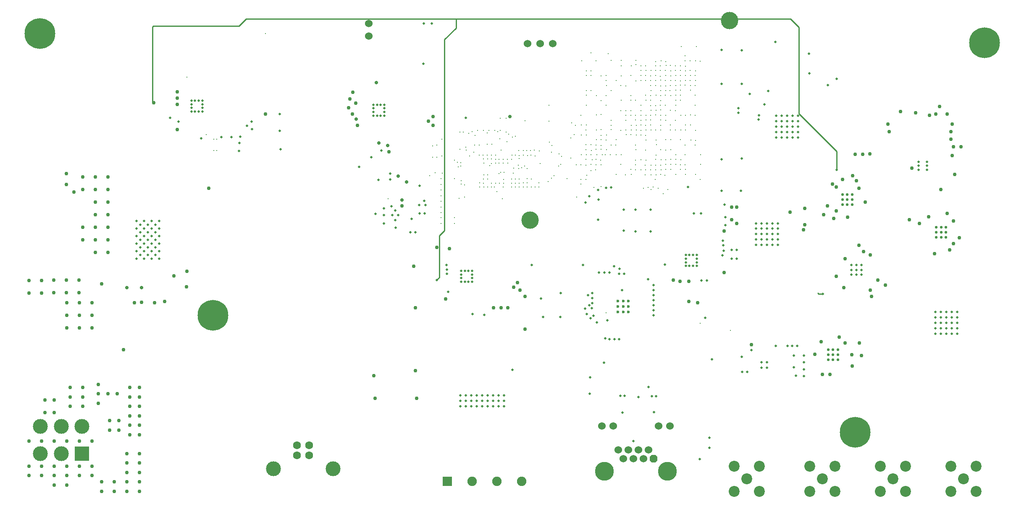
<source format=gbr>
%TF.GenerationSoftware,Altium Limited,Altium Designer,23.11.1 (41)*%
G04 Layer_Physical_Order=7*
G04 Layer_Color=8388736*
%FSLAX45Y45*%
%MOMM*%
%TF.SameCoordinates,5B37CA9A-06B1-4671-AC7C-9F047A950D05*%
%TF.FilePolarity,Positive*%
%TF.FileFunction,Copper,L7,Inr,Signal*%
%TF.Part,Single*%
G01*
G75*
%TA.AperFunction,Conductor*%
%ADD10C,0.23844*%
%TA.AperFunction,ComponentPad*%
%ADD110C,6.20000*%
%ADD111C,3.50000*%
%ADD112C,2.20000*%
%ADD113C,3.00000*%
%ADD114R,3.00000X3.00000*%
%ADD115R,1.90500X1.90500*%
%ADD116C,1.90500*%
%ADD117C,1.60000*%
%ADD118C,0.60000*%
%ADD119C,1.52400*%
G04:AMPARAMS|DCode=120|XSize=1.524mm|YSize=1.524mm|CornerRadius=0mm|HoleSize=0mm|Usage=FLASHONLY|Rotation=0.000|XOffset=0mm|YOffset=0mm|HoleType=Round|Shape=Octagon|*
%AMOCTAGOND120*
4,1,8,0.76200,-0.38100,0.76200,0.38100,0.38100,0.76200,-0.38100,0.76200,-0.76200,0.38100,-0.76200,-0.38100,-0.38100,-0.76200,0.38100,-0.76200,0.76200,-0.38100,0.0*
%
%ADD120OCTAGOND120*%

%ADD121C,3.81000*%
%TA.AperFunction,ViaPad*%
%ADD122C,0.76200*%
%ADD123C,0.50000*%
%ADD124C,0.30480*%
%ADD125C,0.50800*%
%ADD126C,0.71120*%
%ADD127C,0.55880*%
D10*
X8534400Y4521200D02*
X8592042Y4578842D01*
Y5417042D01*
X8693150Y5518150D01*
X2807140Y8103040D02*
Y9638472D01*
X4693142Y9798542D02*
X8925970D01*
X4547040Y9652440D02*
X4693142Y9798542D01*
X16217900Y4254500D02*
X16230600Y4241800D01*
X16319501D01*
X8925970Y9611770D02*
Y9798542D01*
X8693150Y9378950D02*
X8925970Y9611770D01*
X8693150Y5518150D02*
Y9378950D01*
X8925970Y9798542D02*
X15664958D01*
X16598900Y6743700D02*
Y7118892D01*
X15833479Y7884313D02*
X16598900Y7118892D01*
X15664958Y9798542D02*
X15833479Y9630021D01*
Y7884313D02*
Y9630021D01*
X2821107Y9652440D02*
X4547040D01*
X2807140Y9638472D02*
X2821107Y9652440D01*
D110*
X16967200Y1447800D02*
D03*
X19574646Y9311709D02*
D03*
X533400Y9499600D02*
D03*
X4025798Y3806550D02*
D03*
D111*
X14438298Y9761666D02*
D03*
X10418298Y5731666D02*
D03*
D112*
X19151601Y507200D02*
D03*
X19405600Y761200D02*
D03*
Y253200D02*
D03*
X18897600D02*
D03*
Y761200D02*
D03*
X17729201Y508000D02*
D03*
X17983200Y762000D02*
D03*
Y254000D02*
D03*
X17475200D02*
D03*
Y762000D02*
D03*
X16306799Y508000D02*
D03*
X16560800Y762000D02*
D03*
Y254000D02*
D03*
X16052800D02*
D03*
Y762000D02*
D03*
X14782800Y508000D02*
D03*
X15036800Y762000D02*
D03*
Y254000D02*
D03*
X14528799D02*
D03*
Y762000D02*
D03*
D113*
X545200Y1017050D02*
D03*
X965200D02*
D03*
X545200Y1567050D02*
D03*
X965200D02*
D03*
X1385200D02*
D03*
X5240000Y711200D02*
D03*
X6444000D02*
D03*
D114*
X1385200Y1017050D02*
D03*
D115*
X8749600Y457200D02*
D03*
D116*
X9249600D02*
D03*
X9749600D02*
D03*
X10249600D02*
D03*
D117*
X5967000Y1181200D02*
D03*
X5717000D02*
D03*
X5967000Y981200D02*
D03*
X5717000D02*
D03*
D118*
X12400600Y4095600D02*
D03*
Y3988600D02*
D03*
Y3881600D02*
D03*
X12293600Y4095600D02*
D03*
Y3988600D02*
D03*
Y3881600D02*
D03*
X12186600Y4095600D02*
D03*
Y3988600D02*
D03*
Y3881600D02*
D03*
D119*
X13004800Y1574800D02*
D03*
X12090400D02*
D03*
X13233400D02*
D03*
X12192000Y1092200D02*
D03*
X12395200D02*
D03*
X12598400D02*
D03*
X12801601D02*
D03*
X12293600Y914400D02*
D03*
X12496800D02*
D03*
X12700000D02*
D03*
X11861800Y1574800D02*
D03*
X7162800Y9702800D02*
D03*
Y9448800D02*
D03*
X10871200Y9296400D02*
D03*
X10363200D02*
D03*
X10617200D02*
D03*
D120*
X12903200Y914400D02*
D03*
D121*
X11912600Y660400D02*
D03*
X13182600D02*
D03*
D122*
X2222500Y3111500D02*
D03*
X571500Y4254500D02*
D03*
Y4508500D02*
D03*
X317500Y4254500D02*
D03*
Y4508500D02*
D03*
X1079500Y3810000D02*
D03*
Y3556000D02*
D03*
Y4064000D02*
D03*
X817791Y4517800D02*
D03*
Y4263800D02*
D03*
X1325791Y4517800D02*
D03*
X1071791D02*
D03*
X1325791Y4263800D02*
D03*
X1071791D02*
D03*
X1587500Y4064000D02*
D03*
X1333500D02*
D03*
X1587500Y3556000D02*
D03*
Y3810000D02*
D03*
X1333500Y3556000D02*
D03*
Y3810000D02*
D03*
X1219200Y6299200D02*
D03*
X1778000Y4445000D02*
D03*
X1905000Y5080000D02*
D03*
X1651000D02*
D03*
Y6096000D02*
D03*
Y5842000D02*
D03*
Y5588000D02*
D03*
X1905000Y6096000D02*
D03*
Y5842000D02*
D03*
Y5588000D02*
D03*
X1397000D02*
D03*
X1905000Y5334000D02*
D03*
X1651000D02*
D03*
X1397000D02*
D03*
Y6350000D02*
D03*
X1651000D02*
D03*
X1905000D02*
D03*
X1397000Y6604000D02*
D03*
X1651000D02*
D03*
X1905000D02*
D03*
X15661127Y5889671D02*
D03*
X15925800Y5537200D02*
D03*
X15951199Y5638800D02*
D03*
Y5969000D02*
D03*
X16332201Y5842000D02*
D03*
X16408400Y6019800D02*
D03*
X16510736Y6461760D02*
D03*
X16535400Y5765800D02*
D03*
X16814799Y5791200D02*
D03*
X16586200Y5918200D02*
D03*
Y6400800D02*
D03*
X16713200Y6553200D02*
D03*
X16992599Y6527800D02*
D03*
X16916400Y6629400D02*
D03*
X17170399Y6096000D02*
D03*
X17043401Y6375400D02*
D03*
X18872200Y5130800D02*
D03*
X18059399Y5740400D02*
D03*
X18262601Y5664200D02*
D03*
X18567400Y5054600D02*
D03*
X18948399Y5257800D02*
D03*
X19067780Y5377180D02*
D03*
X18948399Y5715000D02*
D03*
X18821400Y5867400D02*
D03*
X18449211Y5796400D02*
D03*
X18465800Y7848600D02*
D03*
X18592799Y7874000D02*
D03*
X18821400D02*
D03*
X17627600Y7670800D02*
D03*
X17653000Y7518400D02*
D03*
X18186400Y7899400D02*
D03*
X17881599Y7924800D02*
D03*
X18694400Y6350000D02*
D03*
X18110201Y6781800D02*
D03*
X18973801Y6654800D02*
D03*
X18923000Y7035800D02*
D03*
X19100800Y7213600D02*
D03*
X18948399D02*
D03*
X18897600Y7366000D02*
D03*
Y7518400D02*
D03*
X18923000Y7670800D02*
D03*
X18669000Y8026400D02*
D03*
X17272000Y5029200D02*
D03*
X17043401Y5224780D02*
D03*
X17136404Y5096805D02*
D03*
X16764000Y4953000D02*
D03*
X17576801Y4419600D02*
D03*
X17424400Y4521200D02*
D03*
X17272000Y4318000D02*
D03*
X16586200Y4597400D02*
D03*
X16738600Y4368800D02*
D03*
X17297400Y4191000D02*
D03*
X16648198Y3367002D02*
D03*
X16154401Y3022600D02*
D03*
X16306799Y2616200D02*
D03*
X16459998Y2616998D02*
D03*
X16913206Y2784135D02*
D03*
X17094200Y2997200D02*
D03*
X17052296Y3251200D02*
D03*
X16901402Y3012198D02*
D03*
X16764000Y3251200D02*
D03*
X16281400Y3276600D02*
D03*
X8534400Y5181600D02*
D03*
X8788400Y5156200D02*
D03*
X8712200Y4140200D02*
D03*
X7264400Y2590800D02*
D03*
X7289800Y2133600D02*
D03*
X8128000D02*
D03*
X8102600Y2692400D02*
D03*
X8075400Y4802400D02*
D03*
X8102600Y3962400D02*
D03*
X9829800D02*
D03*
X9677400D02*
D03*
X9964400Y3962059D02*
D03*
X10312400Y3530600D02*
D03*
Y4191000D02*
D03*
X10210800Y4318000D02*
D03*
X10083800Y4376000D02*
D03*
X10160000Y4470400D02*
D03*
X13792200Y4064000D02*
D03*
X14478000Y5994400D02*
D03*
X14579601D02*
D03*
Y5664200D02*
D03*
X14478000Y5740400D02*
D03*
X14325600Y5511800D02*
D03*
Y4673600D02*
D03*
X13302000Y4523627D02*
D03*
X13614400Y4089400D02*
D03*
X13435201Y4499200D02*
D03*
X13614400Y4495800D02*
D03*
X6832600Y7874000D02*
D03*
X6937790Y7641810D02*
D03*
X8458200Y7645400D02*
D03*
Y7823200D02*
D03*
X8371790Y7731810D02*
D03*
X7569200Y7112000D02*
D03*
X6784810Y8181810D02*
D03*
X6904707Y8091810D02*
D03*
X6756400Y8001000D02*
D03*
X6846990Y8316810D02*
D03*
X7837408Y6016679D02*
D03*
X3937000Y6375400D02*
D03*
X2844800Y4064000D02*
D03*
X3048000Y4089400D02*
D03*
X3493810Y4382810D02*
D03*
X3501390Y4702810D02*
D03*
X3235706Y4607306D02*
D03*
X2438400Y4064000D02*
D03*
X2585806Y4068994D02*
D03*
X3302000Y7556500D02*
D03*
X2832540Y8103040D02*
D03*
X3302000Y8064500D02*
D03*
Y8318500D02*
D03*
Y8191500D02*
D03*
X5080000Y7874000D02*
D03*
X14876781Y3220720D02*
D03*
X17119600Y7061200D02*
D03*
X17270139Y7067129D02*
D03*
X16967200Y7061200D02*
D03*
X1066800Y6671060D02*
D03*
Y6451600D02*
D03*
X2129040Y1683967D02*
D03*
Y1493467D02*
D03*
X1938540D02*
D03*
Y1683967D02*
D03*
X1397000Y2349500D02*
D03*
Y2159000D02*
D03*
Y1968500D02*
D03*
X1143000Y2349500D02*
D03*
Y2159000D02*
D03*
Y1968500D02*
D03*
X1333500Y1270000D02*
D03*
X1587500D02*
D03*
X825500D02*
D03*
X1079500D02*
D03*
X317500D02*
D03*
X571500D02*
D03*
Y762000D02*
D03*
X317500D02*
D03*
X635000Y1841500D02*
D03*
Y2095500D02*
D03*
X825500Y1841500D02*
D03*
Y2095500D02*
D03*
X571500Y571500D02*
D03*
X317500D02*
D03*
X825500Y381000D02*
D03*
X1079500D02*
D03*
X1587500Y571500D02*
D03*
X1333500D02*
D03*
X1079500D02*
D03*
X825500D02*
D03*
Y762000D02*
D03*
X1079500D02*
D03*
X1333500D02*
D03*
X1587500D02*
D03*
X1905000Y2222500D02*
D03*
X2349500Y1587500D02*
D03*
Y1778000D02*
D03*
X2095500Y2222500D02*
D03*
X2349500Y1397000D02*
D03*
X1714500Y2032000D02*
D03*
X2540000Y1016000D02*
D03*
X2286000D02*
D03*
X2540000Y825500D02*
D03*
X2286000D02*
D03*
X2540000Y635000D02*
D03*
X2286000D02*
D03*
X2540000Y444500D02*
D03*
X2286000D02*
D03*
X2032000D02*
D03*
X1778000D02*
D03*
Y254000D02*
D03*
X2032000D02*
D03*
X2286000D02*
D03*
X2540000D02*
D03*
X1714500Y2222500D02*
D03*
Y2413000D02*
D03*
X2540000Y2349500D02*
D03*
X2349500D02*
D03*
Y2159000D02*
D03*
Y1968500D02*
D03*
X2540000Y1397000D02*
D03*
Y1587500D02*
D03*
Y1778000D02*
D03*
Y1968500D02*
D03*
Y2159000D02*
D03*
D123*
X18416400Y6751400D02*
D03*
Y6829400D02*
D03*
Y6907400D02*
D03*
X18244400D02*
D03*
Y6829400D02*
D03*
Y6751400D02*
D03*
X7697408Y5734796D02*
D03*
X7754908Y5829796D02*
D03*
X7639908D02*
D03*
X7697408Y5924796D02*
D03*
X7477600Y7915310D02*
D03*
Y7988310D02*
D03*
Y8061810D02*
D03*
X7331065Y7841770D02*
D03*
X7404065D02*
D03*
X7477565D02*
D03*
X7257400Y7915310D02*
D03*
Y7841810D02*
D03*
Y7988310D02*
D03*
Y8061810D02*
D03*
X7331100D02*
D03*
X7404100D02*
D03*
X13555200Y4951600D02*
D03*
Y4878600D02*
D03*
Y4804900D02*
D03*
X13628700D02*
D03*
X13775200D02*
D03*
X13701700D02*
D03*
X13775240Y5025065D02*
D03*
Y4951565D02*
D03*
Y4878565D02*
D03*
X13555200Y5025100D02*
D03*
X13628700D02*
D03*
X13701700D02*
D03*
X3810035Y7998340D02*
D03*
Y8071339D02*
D03*
Y8144839D02*
D03*
X3663500Y7924800D02*
D03*
X3736500D02*
D03*
X3810000D02*
D03*
X3589835Y7998340D02*
D03*
Y7924840D02*
D03*
Y8071339D02*
D03*
Y8144839D02*
D03*
X3663535D02*
D03*
X3736535D02*
D03*
X15814799Y7400000D02*
D03*
X15704800D02*
D03*
X15594800D02*
D03*
X15484801D02*
D03*
X15374800D02*
D03*
X15814799Y7510000D02*
D03*
X15704800D02*
D03*
X15594800D02*
D03*
X15484801D02*
D03*
X15374800D02*
D03*
X15814799Y7620000D02*
D03*
X15704800D02*
D03*
X15594800D02*
D03*
X15484801D02*
D03*
X15374800D02*
D03*
X15814799Y7730000D02*
D03*
X15704800D02*
D03*
X15594800D02*
D03*
X15484801D02*
D03*
X15374800D02*
D03*
X15814799Y7840000D02*
D03*
X15704800D02*
D03*
X15594800D02*
D03*
X15484801D02*
D03*
X15374800D02*
D03*
X17097539Y4627652D02*
D03*
X16997539D02*
D03*
Y4827652D02*
D03*
X16897539D02*
D03*
Y4627652D02*
D03*
Y4727652D02*
D03*
X16997539D02*
D03*
X17097539Y4827652D02*
D03*
Y4727652D02*
D03*
X15193401Y2861700D02*
D03*
Y2751700D02*
D03*
X15083400Y2861700D02*
D03*
Y2751700D02*
D03*
X9249500Y4559500D02*
D03*
Y4632500D02*
D03*
Y4706000D02*
D03*
X9102965Y4485960D02*
D03*
X9175965D02*
D03*
X9249465D02*
D03*
X9029300Y4559500D02*
D03*
Y4486000D02*
D03*
Y4632500D02*
D03*
Y4706000D02*
D03*
X9103000D02*
D03*
X9176000D02*
D03*
X18584399Y3877600D02*
D03*
X18694400D02*
D03*
X18804401D02*
D03*
X18914400D02*
D03*
X19024400D02*
D03*
X18584399Y3767600D02*
D03*
X18694400D02*
D03*
X18804401D02*
D03*
X18914400D02*
D03*
X19024400D02*
D03*
X18584399Y3657600D02*
D03*
X18694400D02*
D03*
X18804401D02*
D03*
X18914400D02*
D03*
X19024400D02*
D03*
X18584399Y3547600D02*
D03*
X18694400D02*
D03*
X18804401D02*
D03*
X18914400D02*
D03*
X19024400D02*
D03*
X18584399Y3437600D02*
D03*
X18694400D02*
D03*
X18804401D02*
D03*
X18914400D02*
D03*
X19024400D02*
D03*
X15409200Y5228300D02*
D03*
X15299200D02*
D03*
X15189200D02*
D03*
X15079201D02*
D03*
X14969200D02*
D03*
X15409200Y5338300D02*
D03*
X15299200D02*
D03*
X15189200D02*
D03*
X15079201D02*
D03*
X14969200D02*
D03*
X15409200Y5448300D02*
D03*
X15299200D02*
D03*
X15189200D02*
D03*
X15079201D02*
D03*
X14969200D02*
D03*
X15409200Y5558300D02*
D03*
X15299200D02*
D03*
X15189200D02*
D03*
X15079201D02*
D03*
X14969200D02*
D03*
X15409200Y5668300D02*
D03*
X15299200D02*
D03*
X15189200D02*
D03*
X15079201D02*
D03*
X14969200D02*
D03*
X9008800Y1972800D02*
D03*
Y2082800D02*
D03*
Y2192800D02*
D03*
X9118800Y1972800D02*
D03*
Y2082800D02*
D03*
Y2192800D02*
D03*
X9228800Y1972800D02*
D03*
Y2082800D02*
D03*
Y2192800D02*
D03*
X9338800Y1972800D02*
D03*
Y2082800D02*
D03*
Y2192800D02*
D03*
X9448800Y1972800D02*
D03*
Y2082800D02*
D03*
Y2192800D02*
D03*
X9558800Y1972800D02*
D03*
Y2082800D02*
D03*
Y2192800D02*
D03*
X9668800Y1972800D02*
D03*
Y2082800D02*
D03*
Y2192800D02*
D03*
X9778800Y1972800D02*
D03*
Y2082800D02*
D03*
Y2192800D02*
D03*
X9888800Y1972800D02*
D03*
Y2082800D02*
D03*
Y2192800D02*
D03*
D124*
X10117598Y7421102D02*
D03*
X8892588Y5778500D02*
D03*
Y6944360D02*
D03*
X8623300Y5664200D02*
D03*
X13849350Y3651250D02*
D03*
X14452600Y3505200D02*
D03*
X3500540Y8618640D02*
D03*
X3884835Y7456265D02*
D03*
X4102100Y7137400D02*
D03*
X4038600D02*
D03*
Y7366000D02*
D03*
X4102100D02*
D03*
X10797540Y8054340D02*
D03*
X10795000Y7733050D02*
D03*
X10317500Y7739400D02*
D03*
X9873902Y6879987D02*
D03*
X9954225Y7315200D02*
D03*
X10051413Y7043810D02*
D03*
X9830678Y7144142D02*
D03*
X9391480Y7243216D02*
D03*
X10198082Y7034285D02*
D03*
X9131300Y7142480D02*
D03*
X9302750Y7245350D02*
D03*
X8986520Y6172200D02*
D03*
X9024620Y6456680D02*
D03*
X8968740Y6804660D02*
D03*
X8950960Y6901180D02*
D03*
X10184939Y7135321D02*
D03*
X10064750Y7410450D02*
D03*
X9810750Y7374890D02*
D03*
X9645650Y7263130D02*
D03*
X9552618Y7264400D02*
D03*
X9555480Y7493000D02*
D03*
X9633933Y7042163D02*
D03*
X9987280Y7470140D02*
D03*
X9761220Y7518400D02*
D03*
X9311640Y7439660D02*
D03*
X9123680Y7203440D02*
D03*
X9552618Y7043020D02*
D03*
X9093200Y6197600D02*
D03*
X10039980Y6479987D02*
D03*
X10124458Y6479987D02*
D03*
X12446000Y6756400D02*
D03*
X11945620Y3863340D02*
D03*
X13137086Y6641132D02*
D03*
X13051463Y6655510D02*
D03*
X13103860Y6261100D02*
D03*
X12999977Y6374126D02*
D03*
X12899977Y6400996D02*
D03*
X13195300Y6351009D02*
D03*
X13151463Y6755510D02*
D03*
X12799977Y6390026D02*
D03*
X12458700Y6654800D02*
D03*
X12851129Y6840967D02*
D03*
X12755880Y6945630D02*
D03*
X12338100Y6642100D02*
D03*
X12748260Y7147560D02*
D03*
X12651184Y6950202D02*
D03*
X12649200Y6748780D02*
D03*
X12544454Y6751474D02*
D03*
Y6851474D02*
D03*
X13251463Y6755510D02*
D03*
X13048489Y6844464D02*
D03*
X13251463Y6955510D02*
D03*
Y6855510D02*
D03*
X13451463Y6755510D02*
D03*
X13551463D02*
D03*
X13444453Y6851474D02*
D03*
X13351463Y6855510D02*
D03*
Y6655510D02*
D03*
X13155499Y6948500D02*
D03*
X13351463Y7055510D02*
D03*
X13251463Y7155510D02*
D03*
X13749020Y8549640D02*
D03*
X13545821Y8839200D02*
D03*
X12750800Y8750300D02*
D03*
X12951460Y8549640D02*
D03*
X13251180D02*
D03*
X13548360Y8651240D02*
D03*
X13654865Y8449135D02*
D03*
X13540286Y8458200D02*
D03*
X13645090Y8550839D02*
D03*
Y8950839D02*
D03*
X13749126Y8945099D02*
D03*
X13645090Y8750839D02*
D03*
X13650829Y8654875D02*
D03*
X13549126Y8745099D02*
D03*
X13545090Y8950839D02*
D03*
Y9050839D02*
D03*
X13650829Y7654875D02*
D03*
X13345090Y7750839D02*
D03*
X13454865Y7549135D02*
D03*
X13345090Y7550839D02*
D03*
X13245090D02*
D03*
X13049126Y7645099D02*
D03*
Y7845099D02*
D03*
X13050830Y7954875D02*
D03*
X12750829Y8154875D02*
D03*
X12850830D02*
D03*
X12745089Y8250839D02*
D03*
X12849126Y8245099D02*
D03*
X12954053Y8259088D02*
D03*
X13454865Y7849135D02*
D03*
X13245090Y7950839D02*
D03*
X13145090Y8050839D02*
D03*
X13045090D02*
D03*
X13254865Y8249135D02*
D03*
X13049126Y8245099D02*
D03*
X13145090Y8250839D02*
D03*
X13045090Y8850839D02*
D03*
X13157201Y8851900D02*
D03*
X12945090Y8850839D02*
D03*
Y8650839D02*
D03*
X13150830Y8654875D02*
D03*
X13245090Y8450839D02*
D03*
X13354865Y8149135D02*
D03*
X13450830Y8254875D02*
D03*
X13350830Y8354875D02*
D03*
X13151974Y8932649D02*
D03*
X13045090Y8750839D02*
D03*
X13044455Y8637305D02*
D03*
X12947981Y8932645D02*
D03*
X12845090Y8550839D02*
D03*
X12745089D02*
D03*
X12945090Y8450839D02*
D03*
X13049126Y8445099D02*
D03*
X13054865Y8949135D02*
D03*
X13249126Y8745099D02*
D03*
X13145090Y8750839D02*
D03*
X13249126Y8645099D02*
D03*
X13445090Y8850839D02*
D03*
Y8750839D02*
D03*
X13350830Y8654875D02*
D03*
X13450830D02*
D03*
X13449126Y8545099D02*
D03*
X13550830Y8554875D02*
D03*
X13450830Y8454875D02*
D03*
X13354865Y8449135D02*
D03*
X13049126Y8345099D02*
D03*
X13149126D02*
D03*
X13144501Y8547100D02*
D03*
X13149126Y8445099D02*
D03*
X12650469Y8552497D02*
D03*
Y8651987D02*
D03*
X12651572Y8753600D02*
D03*
X12848489Y8644464D02*
D03*
X12851463Y8755510D02*
D03*
X12549977Y8870475D02*
D03*
X12553490Y8953500D02*
D03*
X12152864Y8547100D02*
D03*
X11950982Y8548700D02*
D03*
X13151463Y6855510D02*
D03*
X13055499Y6948500D02*
D03*
Y6748500D02*
D03*
X12852400Y6350000D02*
D03*
X12848489Y6744464D02*
D03*
X12738100Y6642100D02*
D03*
X12740482Y6844528D02*
D03*
X11950700Y8648700D02*
D03*
X11849100Y7861300D02*
D03*
X11751464Y7855510D02*
D03*
X12052300Y7556500D02*
D03*
X12966701Y7251700D02*
D03*
X13150850Y7143750D02*
D03*
X13244453Y7651474D02*
D03*
X13551463Y7655510D02*
D03*
X13550900Y7848600D02*
D03*
X13347701Y7937500D02*
D03*
X13356064Y8255000D02*
D03*
X13235141Y8346187D02*
D03*
X12351464Y7455510D02*
D03*
X12700000Y6376409D02*
D03*
X12955499Y6648500D02*
D03*
X12943840Y6555740D02*
D03*
X12855499Y6648500D02*
D03*
X12748490Y6744464D02*
D03*
X12944453Y6751474D02*
D03*
X12948489Y6844464D02*
D03*
X12959081Y7045960D02*
D03*
X12448490Y8244464D02*
D03*
X12348490Y7744464D02*
D03*
X13844453Y6551474D02*
D03*
X13551463Y6655510D02*
D03*
X13544453Y6851474D02*
D03*
X13851463Y7055510D02*
D03*
X13544453Y7251474D02*
D03*
X12951463Y6955510D02*
D03*
X13251463Y7355510D02*
D03*
X13744450Y7851471D02*
D03*
X13744453Y8251474D02*
D03*
Y8651474D02*
D03*
X13848489Y8944464D02*
D03*
X13348489Y8844464D02*
D03*
X12451464Y8655510D02*
D03*
X12655500Y8848500D02*
D03*
X12255500D02*
D03*
X12251464Y8955510D02*
D03*
X11444454Y7851474D02*
D03*
X12048490Y7744464D02*
D03*
Y7244464D02*
D03*
X12247880Y6855460D02*
D03*
X11851640Y6405880D02*
D03*
X12538098Y6942099D02*
D03*
X13544453Y7051474D02*
D03*
X13751463Y6655510D02*
D03*
X12037660Y7055410D02*
D03*
X11871960Y7056120D02*
D03*
X11841480Y6944360D02*
D03*
X11936310Y7053580D02*
D03*
X11736345Y6745245D02*
D03*
X11744960Y6845881D02*
D03*
X11561911Y6636851D02*
D03*
X12551464Y7155510D02*
D03*
X12544454Y7251474D02*
D03*
X13051463Y7155510D02*
D03*
X13151463Y7355510D02*
D03*
X13851463Y6855510D02*
D03*
X13051463Y8555510D02*
D03*
X13451463Y8355510D02*
D03*
Y8155510D02*
D03*
X13351463Y8055510D02*
D03*
X13651463Y7855510D02*
D03*
X13744453Y8051474D02*
D03*
X13651463Y8355510D02*
D03*
X13744453Y8451474D02*
D03*
X13771523Y9238563D02*
D03*
X13461313Y9234527D02*
D03*
X13748489Y8744464D02*
D03*
X13344453Y8551474D02*
D03*
Y8751474D02*
D03*
X13246100Y8851900D02*
D03*
X11645900Y9105900D02*
D03*
X11988800Y9093200D02*
D03*
X11849100Y7442200D02*
D03*
X12052300Y7645400D02*
D03*
X12151464Y6655510D02*
D03*
X13455499Y6948500D02*
D03*
X13351463Y6955510D02*
D03*
X13451463Y7355510D02*
D03*
X13655499Y7348500D02*
D03*
X13748489Y7344464D02*
D03*
X13744453Y7251474D02*
D03*
X13551463Y7555510D02*
D03*
X13748489Y7544464D02*
D03*
X12455500Y7648500D02*
D03*
X12451464Y7455510D02*
D03*
X12555500Y7448500D02*
D03*
X12755500Y7348500D02*
D03*
X12648490Y7544464D02*
D03*
X12655500Y7448500D02*
D03*
X12555500Y7648500D02*
D03*
X12651464Y7655510D02*
D03*
X12855499Y7548500D02*
D03*
X12751464Y7755510D02*
D03*
X12748490Y7644464D02*
D03*
X12751464Y7555510D02*
D03*
X12748490Y7444464D02*
D03*
X12955499Y7348500D02*
D03*
X12951463Y7555510D02*
D03*
X13051463D02*
D03*
Y7755510D02*
D03*
X12844453Y7751474D02*
D03*
Y7651474D02*
D03*
X13155499Y7748500D02*
D03*
X13148486Y7844461D02*
D03*
X13048489Y8144464D02*
D03*
X12948489Y8044464D02*
D03*
X12844453Y8451474D02*
D03*
X12855499Y8348500D02*
D03*
X12744454Y8651474D02*
D03*
X12949277Y8750987D02*
D03*
X12748490Y8844464D02*
D03*
X12455500Y8848500D02*
D03*
X12548490Y8544464D02*
D03*
X12244454Y8451474D02*
D03*
X12348490Y8444464D02*
D03*
X11955500Y8448500D02*
D03*
X12255500Y8648500D02*
D03*
X11455500Y8948500D02*
D03*
X12051464Y8955510D02*
D03*
X11744454Y8951474D02*
D03*
X11555500Y8748500D02*
D03*
X11648490Y8744464D02*
D03*
X11848490Y8644464D02*
D03*
X11644454Y8651474D02*
D03*
X11551464Y8655510D02*
D03*
X11648490Y8344464D02*
D03*
X11551464Y8055510D02*
D03*
Y8255510D02*
D03*
X11555500Y8348500D02*
D03*
X11755500Y8248500D02*
D03*
X12048490Y8344464D02*
D03*
X11948490Y8244464D02*
D03*
X11951464Y8055510D02*
D03*
X11848489Y8144461D02*
D03*
X12251464Y8155510D02*
D03*
X12451464D02*
D03*
X12848489Y8044464D02*
D03*
X12544454Y8151474D02*
D03*
X12651464Y8055510D02*
D03*
X12951463Y7855510D02*
D03*
X12848489Y7844464D02*
D03*
X12955499Y7948500D02*
D03*
X12855499D02*
D03*
X12648490Y7944464D02*
D03*
X12448490D02*
D03*
X12248490D02*
D03*
X12348490D02*
D03*
X12348488Y7844461D02*
D03*
X12447627Y7849287D02*
D03*
X12755500Y7848500D02*
D03*
X12655500D02*
D03*
X12544454Y7851474D02*
D03*
X12648490Y7744464D02*
D03*
X12544454Y7751474D02*
D03*
X12555500Y7548500D02*
D03*
X12248490Y7544464D02*
D03*
X12455500Y7548500D02*
D03*
X12344454Y7551474D02*
D03*
X12153900Y7353300D02*
D03*
X12151464Y7055510D02*
D03*
X12255500Y7048500D02*
D03*
X11031220Y6859940D02*
D03*
X11644555D02*
D03*
X11843461Y7556500D02*
D03*
X11699977Y6388100D02*
D03*
X9721295Y7039987D02*
D03*
X9588500Y7543800D02*
D03*
X9563100Y6642100D02*
D03*
X9859010Y6160770D02*
D03*
X7551358Y6167058D02*
D03*
X8394700Y6629400D02*
D03*
X8502650Y6686550D02*
D03*
X8540750Y7245350D02*
D03*
X8451850Y7232650D02*
D03*
X8540750Y7004050D02*
D03*
X8451850D02*
D03*
X8890000Y5664200D02*
D03*
X9004300Y7505700D02*
D03*
X9931400Y7785100D02*
D03*
X9817100D02*
D03*
X8636000Y7366000D02*
D03*
Y7023100D02*
D03*
X8648700Y6680200D02*
D03*
X8623300Y6565900D02*
D03*
Y6451600D02*
D03*
Y6337300D02*
D03*
Y6223000D02*
D03*
Y6108700D02*
D03*
Y5994400D02*
D03*
Y5880100D02*
D03*
Y5778500D02*
D03*
X10199980Y6559987D02*
D03*
X10119980D02*
D03*
X10039980D02*
D03*
X9873902Y6959324D02*
D03*
X9786714Y6879987D02*
D03*
X9067800Y7505700D02*
D03*
X9182100Y7480300D02*
D03*
X9098262Y6443962D02*
D03*
X9029700Y6527800D02*
D03*
X8890000Y6565900D02*
D03*
X9486900Y6642100D02*
D03*
X9478377Y6558669D02*
D03*
X9563100Y6564378D02*
D03*
X9601200Y6832600D02*
D03*
X9194800Y7023100D02*
D03*
X9931400Y7506896D02*
D03*
X10048258Y6959714D02*
D03*
X9957296Y6959987D02*
D03*
X9964438Y6883042D02*
D03*
X10353642Y6774780D02*
D03*
X9894792Y6692834D02*
D03*
X10846853Y6582193D02*
D03*
X10303434Y6821496D02*
D03*
X10896600Y6629400D02*
D03*
X9826239Y6694767D02*
D03*
X9017000Y6888480D02*
D03*
Y6819900D02*
D03*
X9004300Y7162801D02*
D03*
X9283700Y7099300D02*
D03*
X9389987Y7041553D02*
D03*
X9479979Y6477354D02*
D03*
X9245600Y7518400D02*
D03*
X9471302Y7040571D02*
D03*
X9817100Y7543800D02*
D03*
X9702800D02*
D03*
X9474200D02*
D03*
X9359900D02*
D03*
X11744555Y6960656D02*
D03*
X11760646Y7055410D02*
D03*
X11353800Y6197600D02*
D03*
X9634914Y6965052D02*
D03*
X9559980D02*
D03*
X9639979Y6878671D02*
D03*
X9479980Y6965052D02*
D03*
X9483729Y6883737D02*
D03*
X9398000Y6484620D02*
D03*
X9396899Y6402239D02*
D03*
X9489459Y6398860D02*
D03*
X9641849Y6399948D02*
D03*
X9745980Y6307045D02*
D03*
X10083833Y6778660D02*
D03*
X11546840Y7150100D02*
D03*
X11549978Y7049986D02*
D03*
X10180466Y6843350D02*
D03*
X11449977Y7049986D02*
D03*
X10185530Y6774957D02*
D03*
X11541760Y6957060D02*
D03*
X10993120Y6827538D02*
D03*
X11541660Y7256163D02*
D03*
X11048475Y7022920D02*
D03*
X10195560Y6972300D02*
D03*
X11640820Y7259320D02*
D03*
X11666220Y6951980D02*
D03*
X11646037Y7050903D02*
D03*
X11442869Y6553031D02*
D03*
X11849100Y7243025D02*
D03*
X11239500Y7394734D02*
D03*
X10857359Y7240140D02*
D03*
X9697474Y6400370D02*
D03*
X10623207Y6873288D02*
D03*
X10607040Y7129780D02*
D03*
X11236912Y6982460D02*
D03*
X10076180Y6683412D02*
D03*
X10284460Y7043420D02*
D03*
X10363200Y7038340D02*
D03*
X10283999Y7135321D02*
D03*
X10345420Y7139940D02*
D03*
X10502900Y7142480D02*
D03*
X10426700Y7137400D02*
D03*
X10119980Y7039985D02*
D03*
X10432010Y7039957D02*
D03*
X10515600Y7030720D02*
D03*
X10997852Y7069185D02*
D03*
X10850880Y7099950D02*
D03*
X11742420Y7163775D02*
D03*
X11655400Y7139318D02*
D03*
X10777220Y6507480D02*
D03*
X10195987Y6402664D02*
D03*
X10279980D02*
D03*
X11163300Y6573520D02*
D03*
X10590887Y6482671D02*
D03*
X10359980Y6401356D02*
D03*
Y6482671D02*
D03*
X10592658Y6400863D02*
D03*
X10359982Y6565892D02*
D03*
X10442235Y6565295D02*
D03*
X9799320Y6479540D02*
D03*
X9878060Y6398260D02*
D03*
X11744960Y7251100D02*
D03*
X9719979Y6879987D02*
D03*
X10124458Y6402664D02*
D03*
X10439980D02*
D03*
X10515600Y6403322D02*
D03*
X10279811Y6484638D02*
D03*
X9639300Y6477000D02*
D03*
X9720580Y6479540D02*
D03*
X9879983Y6479987D02*
D03*
X9884912Y6555140D02*
D03*
X11851040Y6850380D02*
D03*
X11442759Y6460656D02*
D03*
X10251440Y6789420D02*
D03*
X9786714Y6963729D02*
D03*
X11328400Y7645418D02*
D03*
X11303000Y7454900D02*
D03*
X11955780Y7155180D02*
D03*
X11845459Y7158821D02*
D03*
X11449977Y7649986D02*
D03*
X11549978Y7649986D02*
D03*
X10807700Y7302500D02*
D03*
X11645900Y6731000D02*
D03*
X9791700Y6667500D02*
D03*
X9720355Y6959987D02*
D03*
X10039979Y6402664D02*
D03*
X12146002Y7250431D02*
D03*
X11544300Y6553200D02*
D03*
X11539308Y6844564D02*
D03*
X9559980Y6399987D02*
D03*
X11345290Y6845300D02*
D03*
X10199980Y6479987D02*
D03*
X11445290Y6845300D02*
D03*
X11252200Y7696200D02*
D03*
X11751690Y7554064D02*
D03*
X11545900Y7551700D02*
D03*
X11549978Y7449986D02*
D03*
X11449978D02*
D03*
X11954055Y7448274D02*
D03*
X11948264Y7345910D02*
D03*
X11851690Y7354064D02*
D03*
X11751690D02*
D03*
X5080000Y9499600D02*
D03*
D125*
X8534400Y4521200D02*
D03*
X13604160Y6399987D02*
D03*
X15360304Y9326880D02*
D03*
X5384800Y7162800D02*
D03*
X5372100Y7531100D02*
D03*
Y7874000D02*
D03*
X4546600Y7124700D02*
D03*
X4559300Y7289800D02*
D03*
X4572000Y7416800D02*
D03*
X4394200Y7404100D02*
D03*
X4191000D02*
D03*
X4711700Y7632700D02*
D03*
X4813300Y7569200D02*
D03*
X4800600Y7721600D02*
D03*
X15773399Y2590800D02*
D03*
X15735300Y2755900D02*
D03*
Y2997200D02*
D03*
X15938499D02*
D03*
Y2857500D02*
D03*
Y2717800D02*
D03*
Y2578100D02*
D03*
X14681200Y2971800D02*
D03*
X14693900Y2667000D02*
D03*
X14795500D02*
D03*
X14876781Y3108029D02*
D03*
X15367000Y3187700D02*
D03*
X15608299D02*
D03*
X15798801D02*
D03*
X15697200D02*
D03*
X8432800Y9702800D02*
D03*
X16319501Y4241800D02*
D03*
X16598900Y6743700D02*
D03*
X14350999Y5791200D02*
D03*
X14084300Y2921000D02*
D03*
X13944600Y3759200D02*
D03*
X7416800Y7137400D02*
D03*
X7213108Y6997700D02*
D03*
X3327400Y7721600D02*
D03*
X3160610Y7799490D02*
D03*
X3784600Y7378700D02*
D03*
X11620500Y2222500D02*
D03*
X10061800Y2708500D02*
D03*
X10454640Y4826000D02*
D03*
X10634980Y4147820D02*
D03*
X10675620Y3779520D02*
D03*
X11026140D02*
D03*
X11031220Y4257040D02*
D03*
X11480800Y4823460D02*
D03*
X9494520Y3817620D02*
D03*
X9260840Y3839210D02*
D03*
X8735060Y4826000D02*
D03*
X8737940Y4646000D02*
D03*
X8742546Y4736000D02*
D03*
X8763315Y4286000D02*
D03*
X8276180Y9699400D02*
D03*
X8269380Y8886600D02*
D03*
X11582400Y4216400D02*
D03*
X12268600Y4317600D02*
D03*
X12848703Y5504200D02*
D03*
Y5943600D02*
D03*
X12052300Y6390339D02*
D03*
X11696700Y3797300D02*
D03*
X12540000Y5943600D02*
D03*
X11531600Y6083300D02*
D03*
X11785600Y6337300D02*
D03*
X11950700Y6386950D02*
D03*
X13716000Y5867400D02*
D03*
X14350999Y5626100D02*
D03*
X13138150Y4832350D02*
D03*
X14478000Y5130800D02*
D03*
X14579601D02*
D03*
X14478000Y4953000D02*
D03*
X14579601D02*
D03*
X14306551Y5314950D02*
D03*
X14312900Y5219700D02*
D03*
X14319250Y5111750D02*
D03*
X14293851Y5022850D02*
D03*
X13982700Y4508500D02*
D03*
X13874750Y4514850D02*
D03*
X13859898Y5867400D02*
D03*
X14338300Y6045200D02*
D03*
X14668500Y6324600D02*
D03*
X14274800D02*
D03*
X14681200Y6972300D02*
D03*
X14274800Y6959600D02*
D03*
X15024100Y7759700D02*
D03*
X15033200Y7845000D02*
D03*
X15138400Y8064500D02*
D03*
X14617700Y7899400D02*
D03*
Y7988300D02*
D03*
X14846300Y8280400D02*
D03*
X16421100Y8458200D02*
D03*
X16600951Y8587250D02*
D03*
X16043336Y8696264D02*
D03*
X16040100Y9093200D02*
D03*
X15218900Y8339600D02*
D03*
X14274800Y9169400D02*
D03*
X14681200Y9156700D02*
D03*
Y8483600D02*
D03*
X14274800D02*
D03*
X12301200Y5943600D02*
D03*
X12540000Y5506700D02*
D03*
X12301200Y5516900D02*
D03*
X11785600Y5740400D02*
D03*
X11798300Y6146800D02*
D03*
X12496800Y1270000D02*
D03*
X11607800Y4013200D02*
D03*
X11557000Y3835400D02*
D03*
X11636993Y3747787D02*
D03*
X11930497Y3345297D02*
D03*
X12214977Y3329823D02*
D03*
X12115800Y3327400D02*
D03*
X12014200D02*
D03*
X11808577Y4671177D02*
D03*
X11912600Y4673600D02*
D03*
X12014200D02*
D03*
X12217400Y4749800D02*
D03*
X12113377Y4798177D02*
D03*
X12214977Y4645777D02*
D03*
X12316577D02*
D03*
X12903200Y3810000D02*
D03*
Y3911600D02*
D03*
Y4013200D02*
D03*
Y4114800D02*
D03*
Y4216400D02*
D03*
Y4318000D02*
D03*
Y4419600D02*
D03*
X14033501Y1130300D02*
D03*
Y1333500D02*
D03*
X12801601Y2362200D02*
D03*
X13837920Y909320D02*
D03*
X12280900Y1841500D02*
D03*
X12915900Y1854200D02*
D03*
X12960350Y2171700D02*
D03*
X12871449D02*
D03*
X12236450Y2184400D02*
D03*
X12325350D02*
D03*
X12598400Y2159000D02*
D03*
X11625580Y2557780D02*
D03*
X11906250Y2851150D02*
D03*
X11672587Y4255787D02*
D03*
Y4154187D02*
D03*
X11667507Y4052587D02*
D03*
X11526520Y3947160D02*
D03*
X11662427Y3950987D02*
D03*
X11764127Y3664067D02*
D03*
X12793980Y4541520D02*
D03*
X11971020Y3708400D02*
D03*
X11611077Y6218657D02*
D03*
X6972300Y6807200D02*
D03*
X7360920Y6548120D02*
D03*
X7594600Y6553200D02*
D03*
Y6667500D02*
D03*
X7620000Y6007100D02*
D03*
X7302500Y5854700D02*
D03*
X7467600Y5829300D02*
D03*
Y5969000D02*
D03*
Y5664200D02*
D03*
X8292004Y5866304D02*
D03*
X8190404D02*
D03*
X8028805Y5755505D02*
D03*
X7708900Y5575300D02*
D03*
X8103808Y5487608D02*
D03*
X8002208D02*
D03*
X8286750Y6121400D02*
D03*
X8309784Y6036484D02*
D03*
X8182784D02*
D03*
X8188898Y6423598D02*
D03*
X9118600Y7797800D02*
D03*
X2484206Y5718810D02*
D03*
X2636606D02*
D03*
X2789006D02*
D03*
X2941406D02*
D03*
X2865206Y5642610D02*
D03*
X2560406D02*
D03*
X2941406Y5566410D02*
D03*
X2789006D02*
D03*
X2636606D02*
D03*
X2484206D02*
D03*
X2865206Y5490210D02*
D03*
X2560406D02*
D03*
X2941406Y5414010D02*
D03*
X2789006D02*
D03*
X2636606D02*
D03*
X2484206D02*
D03*
X2865206Y5337810D02*
D03*
X2560406D02*
D03*
X2941406Y5261610D02*
D03*
X2789006D02*
D03*
X2636606D02*
D03*
X2484206D02*
D03*
X2865206Y5185410D02*
D03*
X2712806D02*
D03*
X2560406D02*
D03*
X2941406Y5109210D02*
D03*
X2789006D02*
D03*
X2636606D02*
D03*
X2865206Y5033010D02*
D03*
X2712806D02*
D03*
X2941406Y4956810D02*
D03*
X2789006D02*
D03*
X2636606D02*
D03*
X2484206D02*
D03*
Y5109210D02*
D03*
X2560406Y5033010D02*
D03*
X2712806Y5642610D02*
D03*
Y5490210D02*
D03*
Y5337810D02*
D03*
D126*
X6908800Y7772400D02*
D03*
X7543800Y7239000D02*
D03*
X7366000Y7289800D02*
D03*
X7315200Y8509000D02*
D03*
X7924800Y6502400D02*
D03*
X7758295Y6618105D02*
D03*
X7837408Y6135608D02*
D03*
X2286000Y4368800D02*
D03*
X2585806Y4365317D02*
D03*
X10007600Y7825740D02*
D03*
D127*
X18602800Y5586400D02*
D03*
Y5486400D02*
D03*
Y5386400D02*
D03*
X18702800D02*
D03*
Y5486400D02*
D03*
Y5586400D02*
D03*
X18802800D02*
D03*
Y5486400D02*
D03*
Y5386400D02*
D03*
X16424998Y2912198D02*
D03*
X16524998D02*
D03*
X16624998D02*
D03*
Y3012198D02*
D03*
X16524998D02*
D03*
X16424998D02*
D03*
Y3112198D02*
D03*
X16524998D02*
D03*
X16624998D02*
D03*
X16913200Y6046800D02*
D03*
Y6146800D02*
D03*
Y6246800D02*
D03*
X16813200D02*
D03*
Y6146800D02*
D03*
Y6046800D02*
D03*
X16713200D02*
D03*
Y6146800D02*
D03*
Y6246800D02*
D03*
%TF.MD5,48f24f54842549c1f714b303d3888632*%
M02*

</source>
